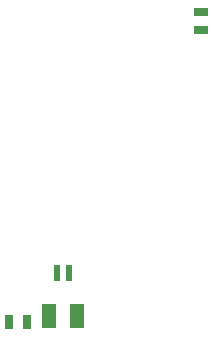
<source format=gtp>
G04 (created by PCBNEW (2013-05-31 BZR 4019)-stable) date 7/10/2013 3:54:15 PM*
%MOIN*%
G04 Gerber Fmt 3.4, Leading zero omitted, Abs format*
%FSLAX34Y34*%
G01*
G70*
G90*
G04 APERTURE LIST*
%ADD10C,0.00590551*%
%ADD11R,0.025X0.045*%
%ADD12R,0.045X0.025*%
%ADD13R,0.023622X0.0531496*%
%ADD14R,0.0472441X0.0787402*%
G04 APERTURE END LIST*
G54D10*
G54D11*
X25100Y-33450D03*
X24500Y-33450D03*
G54D12*
X30900Y-23700D03*
X30900Y-23100D03*
G54D13*
X26103Y-31801D03*
X26496Y-31801D03*
G54D14*
X26772Y-33258D03*
X25827Y-33258D03*
M02*

</source>
